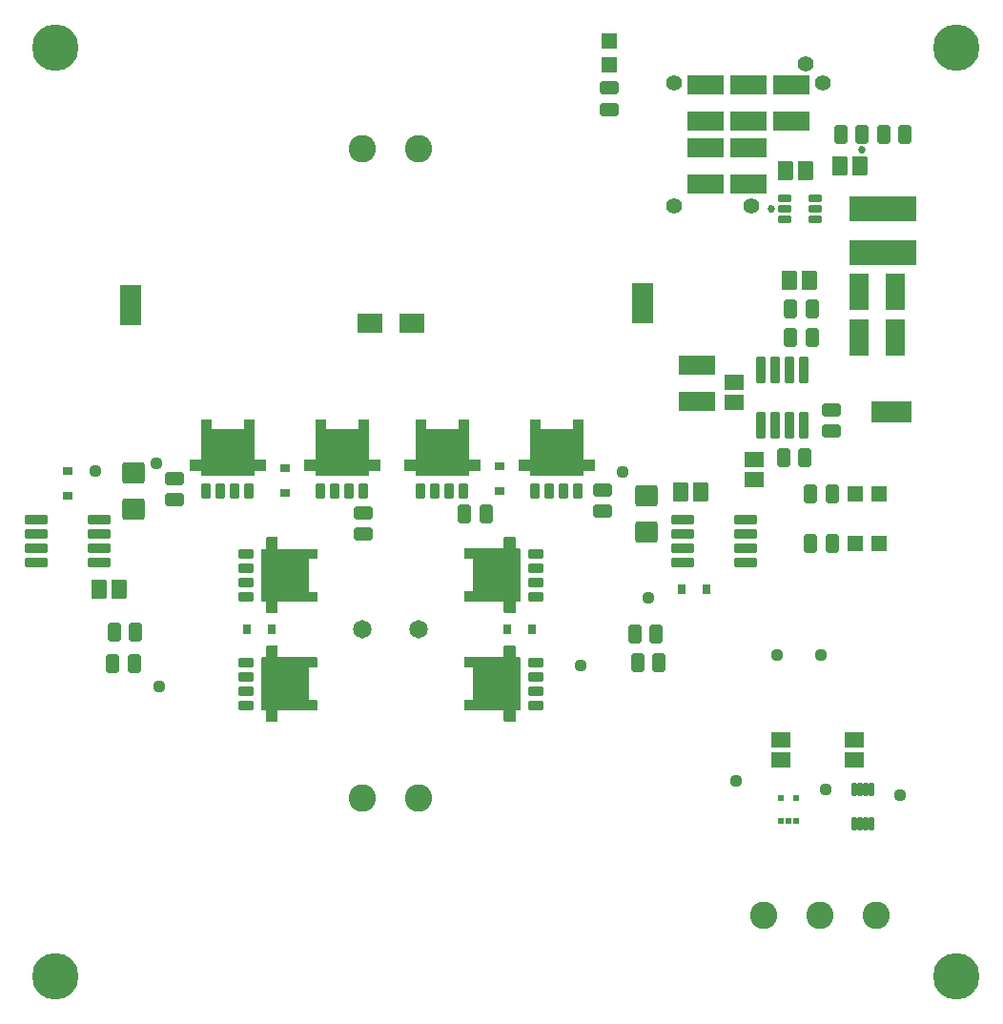
<source format=gts>
G04*
G04 #@! TF.GenerationSoftware,Altium Limited,Altium Designer,20.1.11 (218)*
G04*
G04 Layer_Color=8388736*
%FSAX24Y24*%
%MOIN*%
G70*
G04*
G04 #@! TF.SameCoordinates,00CC2090-7CFA-4186-AAFC-0D957EDE3CA2*
G04*
G04*
G04 #@! TF.FilePolarity,Negative*
G04*
G01*
G75*
G04:AMPARAMS|DCode=16|XSize=68mil|YSize=129mil|CornerRadius=7.2mil|HoleSize=0mil|Usage=FLASHONLY|Rotation=270.000|XOffset=0mil|YOffset=0mil|HoleType=Round|Shape=RoundedRectangle|*
%AMROUNDEDRECTD16*
21,1,0.0680,0.1146,0,0,270.0*
21,1,0.0535,0.1290,0,0,270.0*
1,1,0.0144,-0.0573,-0.0268*
1,1,0.0144,-0.0573,0.0268*
1,1,0.0144,0.0573,0.0268*
1,1,0.0144,0.0573,-0.0268*
%
%ADD16ROUNDEDRECTD16*%
G04:AMPARAMS|DCode=17|XSize=54.2mil|YSize=68mil|CornerRadius=7.4mil|HoleSize=0mil|Usage=FLASHONLY|Rotation=90.000|XOffset=0mil|YOffset=0mil|HoleType=Round|Shape=RoundedRectangle|*
%AMROUNDEDRECTD17*
21,1,0.0542,0.0531,0,0,90.0*
21,1,0.0394,0.0680,0,0,90.0*
1,1,0.0148,0.0266,0.0197*
1,1,0.0148,0.0266,-0.0197*
1,1,0.0148,-0.0266,-0.0197*
1,1,0.0148,-0.0266,0.0197*
%
%ADD17ROUNDEDRECTD17*%
G04:AMPARAMS|DCode=18|XSize=46.3mil|YSize=64.1mil|CornerRadius=6.6mil|HoleSize=0mil|Usage=FLASHONLY|Rotation=270.000|XOffset=0mil|YOffset=0mil|HoleType=Round|Shape=RoundedRectangle|*
%AMROUNDEDRECTD18*
21,1,0.0463,0.0508,0,0,270.0*
21,1,0.0331,0.0641,0,0,270.0*
1,1,0.0133,-0.0254,-0.0165*
1,1,0.0133,-0.0254,0.0165*
1,1,0.0133,0.0254,0.0165*
1,1,0.0133,0.0254,-0.0165*
%
%ADD18ROUNDEDRECTD18*%
G04:AMPARAMS|DCode=19|XSize=46.3mil|YSize=64.1mil|CornerRadius=6.6mil|HoleSize=0mil|Usage=FLASHONLY|Rotation=180.000|XOffset=0mil|YOffset=0mil|HoleType=Round|Shape=RoundedRectangle|*
%AMROUNDEDRECTD19*
21,1,0.0463,0.0508,0,0,180.0*
21,1,0.0331,0.0641,0,0,180.0*
1,1,0.0133,-0.0165,0.0254*
1,1,0.0133,0.0165,0.0254*
1,1,0.0133,0.0165,-0.0254*
1,1,0.0133,-0.0165,-0.0254*
%
%ADD19ROUNDEDRECTD19*%
G04:AMPARAMS|DCode=20|XSize=91.6mil|YSize=32.6mil|CornerRadius=4.6mil|HoleSize=0mil|Usage=FLASHONLY|Rotation=90.000|XOffset=0mil|YOffset=0mil|HoleType=Round|Shape=RoundedRectangle|*
%AMROUNDEDRECTD20*
21,1,0.0916,0.0234,0,0,90.0*
21,1,0.0825,0.0326,0,0,90.0*
1,1,0.0091,0.0117,0.0412*
1,1,0.0091,0.0117,-0.0412*
1,1,0.0091,-0.0117,-0.0412*
1,1,0.0091,-0.0117,0.0412*
%
%ADD20ROUNDEDRECTD20*%
%ADD21C,0.0444*%
G04:AMPARAMS|DCode=22|XSize=56.2mil|YSize=56.2mil|CornerRadius=7.6mil|HoleSize=0mil|Usage=FLASHONLY|Rotation=0.000|XOffset=0mil|YOffset=0mil|HoleType=Round|Shape=RoundedRectangle|*
%AMROUNDEDRECTD22*
21,1,0.0562,0.0409,0,0,0.0*
21,1,0.0409,0.0562,0,0,0.0*
1,1,0.0152,0.0205,-0.0205*
1,1,0.0152,-0.0205,-0.0205*
1,1,0.0152,-0.0205,0.0205*
1,1,0.0152,0.0205,0.0205*
%
%ADD22ROUNDEDRECTD22*%
G04:AMPARAMS|DCode=23|XSize=56.2mil|YSize=56.2mil|CornerRadius=7.6mil|HoleSize=0mil|Usage=FLASHONLY|Rotation=90.000|XOffset=0mil|YOffset=0mil|HoleType=Round|Shape=RoundedRectangle|*
%AMROUNDEDRECTD23*
21,1,0.0562,0.0409,0,0,90.0*
21,1,0.0409,0.0562,0,0,90.0*
1,1,0.0152,0.0205,0.0205*
1,1,0.0152,0.0205,-0.0205*
1,1,0.0152,-0.0205,-0.0205*
1,1,0.0152,-0.0205,0.0205*
%
%ADD23ROUNDEDRECTD23*%
G04:AMPARAMS|DCode=24|XSize=54.2mil|YSize=68mil|CornerRadius=7.4mil|HoleSize=0mil|Usage=FLASHONLY|Rotation=0.000|XOffset=0mil|YOffset=0mil|HoleType=Round|Shape=RoundedRectangle|*
%AMROUNDEDRECTD24*
21,1,0.0542,0.0531,0,0,0.0*
21,1,0.0394,0.0680,0,0,0.0*
1,1,0.0148,0.0197,-0.0266*
1,1,0.0148,-0.0197,-0.0266*
1,1,0.0148,-0.0197,0.0266*
1,1,0.0148,0.0197,0.0266*
%
%ADD24ROUNDEDRECTD24*%
G04:AMPARAMS|DCode=25|XSize=68mil|YSize=129mil|CornerRadius=7.2mil|HoleSize=0mil|Usage=FLASHONLY|Rotation=180.000|XOffset=0mil|YOffset=0mil|HoleType=Round|Shape=RoundedRectangle|*
%AMROUNDEDRECTD25*
21,1,0.0680,0.1146,0,0,180.0*
21,1,0.0535,0.1290,0,0,180.0*
1,1,0.0144,-0.0268,0.0573*
1,1,0.0144,0.0268,0.0573*
1,1,0.0144,0.0268,-0.0573*
1,1,0.0144,-0.0268,-0.0573*
%
%ADD25ROUNDEDRECTD25*%
G04:AMPARAMS|DCode=26|XSize=79.8mil|YSize=73.9mil|CornerRadius=9.4mil|HoleSize=0mil|Usage=FLASHONLY|Rotation=0.000|XOffset=0mil|YOffset=0mil|HoleType=Round|Shape=RoundedRectangle|*
%AMROUNDEDRECTD26*
21,1,0.0798,0.0551,0,0,0.0*
21,1,0.0610,0.0739,0,0,0.0*
1,1,0.0188,0.0305,-0.0276*
1,1,0.0188,-0.0305,-0.0276*
1,1,0.0188,-0.0305,0.0276*
1,1,0.0188,0.0305,0.0276*
%
%ADD26ROUNDEDRECTD26*%
%ADD27R,0.1845X0.1646*%
G04:AMPARAMS|DCode=28|XSize=34.5mil|YSize=52.2mil|CornerRadius=5.5mil|HoleSize=0mil|Usage=FLASHONLY|Rotation=180.000|XOffset=0mil|YOffset=0mil|HoleType=Round|Shape=RoundedRectangle|*
%AMROUNDEDRECTD28*
21,1,0.0345,0.0413,0,0,180.0*
21,1,0.0236,0.0522,0,0,180.0*
1,1,0.0109,-0.0118,0.0207*
1,1,0.0109,0.0118,0.0207*
1,1,0.0109,0.0118,-0.0207*
1,1,0.0109,-0.0118,-0.0207*
%
%ADD28ROUNDEDRECTD28*%
%ADD29R,0.2333X0.0877*%
%ADD30R,0.0778X0.1408*%
%ADD31R,0.1408X0.0778*%
G04:AMPARAMS|DCode=32|XSize=28.6mil|YSize=44.4mil|CornerRadius=4.5mil|HoleSize=0mil|Usage=FLASHONLY|Rotation=270.000|XOffset=0mil|YOffset=0mil|HoleType=Round|Shape=RoundedRectangle|*
%AMROUNDEDRECTD32*
21,1,0.0286,0.0354,0,0,270.0*
21,1,0.0196,0.0444,0,0,270.0*
1,1,0.0090,-0.0177,-0.0098*
1,1,0.0090,-0.0177,0.0098*
1,1,0.0090,0.0177,0.0098*
1,1,0.0090,0.0177,-0.0098*
%
%ADD32ROUNDEDRECTD32*%
G04:AMPARAMS|DCode=33|XSize=33.3mil|YSize=79.8mil|CornerRadius=4.6mil|HoleSize=0mil|Usage=FLASHONLY|Rotation=270.000|XOffset=0mil|YOffset=0mil|HoleType=Round|Shape=RoundedRectangle|*
%AMROUNDEDRECTD33*
21,1,0.0333,0.0706,0,0,270.0*
21,1,0.0241,0.0798,0,0,270.0*
1,1,0.0093,-0.0353,-0.0120*
1,1,0.0093,-0.0353,0.0120*
1,1,0.0093,0.0353,0.0120*
1,1,0.0093,0.0353,-0.0120*
%
%ADD33ROUNDEDRECTD33*%
%ADD34R,0.0247X0.0247*%
%ADD35R,0.0207X0.0247*%
G04:AMPARAMS|DCode=36|XSize=16.8mil|YSize=44.4mil|CornerRadius=3.4mil|HoleSize=0mil|Usage=FLASHONLY|Rotation=0.000|XOffset=0mil|YOffset=0mil|HoleType=Round|Shape=RoundedRectangle|*
%AMROUNDEDRECTD36*
21,1,0.0168,0.0376,0,0,0.0*
21,1,0.0100,0.0444,0,0,0.0*
1,1,0.0068,0.0050,-0.0188*
1,1,0.0068,-0.0050,-0.0188*
1,1,0.0068,-0.0050,0.0188*
1,1,0.0068,0.0050,0.0188*
%
%ADD36ROUNDEDRECTD36*%
G04:AMPARAMS|DCode=37|XSize=34.5mil|YSize=52.2mil|CornerRadius=5.5mil|HoleSize=0mil|Usage=FLASHONLY|Rotation=270.000|XOffset=0mil|YOffset=0mil|HoleType=Round|Shape=RoundedRectangle|*
%AMROUNDEDRECTD37*
21,1,0.0345,0.0413,0,0,270.0*
21,1,0.0236,0.0522,0,0,270.0*
1,1,0.0109,-0.0207,-0.0118*
1,1,0.0109,-0.0207,0.0118*
1,1,0.0109,0.0207,0.0118*
1,1,0.0109,0.0207,-0.0118*
%
%ADD37ROUNDEDRECTD37*%
%ADD38R,0.1646X0.1845*%
%ADD39R,0.0908X0.0692*%
%ADD40R,0.0298X0.0377*%
%ADD41R,0.0377X0.0298*%
%ADD42C,0.0956*%
%ADD43C,0.1625*%
%ADD44C,0.0650*%
%ADD45C,0.0550*%
%ADD46C,0.0270*%
G36*
X009726Y013525D02*
X009730Y013524D01*
X009734Y013522D01*
X009737Y013520D01*
X009740Y013518D01*
X009743Y013515D01*
X009745Y013511D01*
X009746Y013508D01*
X009747Y013504D01*
X009748Y013500D01*
X009748Y013123D01*
X011111D01*
X011115Y013122D01*
X011119Y013121D01*
X011122Y013120D01*
X011126Y013118D01*
X011129Y013115D01*
X011131Y013112D01*
X011133Y013109D01*
X011135Y013105D01*
X011136Y013102D01*
X011136Y013098D01*
Y012802D01*
X011136Y012798D01*
X011135Y012795D01*
X011133Y012791D01*
X011131Y012788D01*
X011129Y012785D01*
X011126Y012782D01*
X011122Y012780D01*
X011119Y012779D01*
X011115Y012778D01*
X011111Y012777D01*
X010820D01*
Y011623D01*
X011111D01*
X011115Y011622D01*
X011119Y011621D01*
X011122Y011620D01*
X011126Y011618D01*
X011129Y011615D01*
X011131Y011612D01*
X011133Y011609D01*
X011135Y011605D01*
X011136Y011602D01*
X011136Y011598D01*
Y011302D01*
X011136Y011298D01*
X011135Y011295D01*
X011133Y011291D01*
X011131Y011288D01*
X011129Y011285D01*
X011126Y011282D01*
X011122Y011280D01*
X011119Y011279D01*
X011115Y011278D01*
X011111Y011277D01*
X009748D01*
X009748Y010900D01*
X009747Y010896D01*
X009746Y010892D01*
X009745Y010889D01*
X009743Y010885D01*
X009740Y010882D01*
X009737Y010880D01*
X009734Y010878D01*
X009730Y010876D01*
X009726Y010875D01*
X009722Y010875D01*
X009366D01*
X009362Y010875D01*
X009358Y010876D01*
X009355Y010878D01*
X009351Y010880D01*
X009348Y010882D01*
X009346Y010885D01*
X009344Y010889D01*
X009342Y010892D01*
X009341Y010896D01*
X009341Y010900D01*
X009341Y011277D01*
X009199D01*
X009195Y011278D01*
X009191Y011279D01*
X009187Y011280D01*
X009184Y011282D01*
X009181Y011285D01*
X009179Y011288D01*
X009176Y011291D01*
X009175Y011295D01*
X009174Y011298D01*
X009174Y011302D01*
Y013098D01*
X009174Y013102D01*
X009175Y013105D01*
X009176Y013109D01*
X009179Y013112D01*
X009181Y013115D01*
X009184Y013118D01*
X009187Y013120D01*
X009191Y013121D01*
X009195Y013122D01*
X009199Y013123D01*
X009341D01*
X009341Y013500D01*
X009341Y013504D01*
X009342Y013508D01*
X009344Y013511D01*
X009346Y013515D01*
X009348Y013518D01*
X009351Y013520D01*
X009355Y013522D01*
X009358Y013524D01*
X009362Y013525D01*
X009366Y013525D01*
X009722D01*
X009726Y013525D01*
D02*
G37*
G36*
Y017322D02*
X009730Y017321D01*
X009734Y017320D01*
X009737Y017318D01*
X009740Y017315D01*
X009743Y017312D01*
X009745Y017309D01*
X009746Y017305D01*
X009747Y017302D01*
X009748Y017298D01*
X009748Y016920D01*
X011111D01*
X011115Y016920D01*
X011119Y016919D01*
X011122Y016918D01*
X011126Y016916D01*
X011129Y016913D01*
X011131Y016910D01*
X011133Y016907D01*
X011135Y016903D01*
X011136Y016899D01*
X011136Y016895D01*
Y016600D01*
X011136Y016596D01*
X011135Y016592D01*
X011133Y016589D01*
X011131Y016585D01*
X011129Y016582D01*
X011126Y016580D01*
X011122Y016578D01*
X011119Y016576D01*
X011115Y016575D01*
X011111Y016575D01*
X010820D01*
Y015420D01*
X011111D01*
X011115Y015420D01*
X011119Y015419D01*
X011122Y015418D01*
X011126Y015416D01*
X011129Y015413D01*
X011131Y015410D01*
X011133Y015407D01*
X011135Y015403D01*
X011136Y015399D01*
X011136Y015395D01*
Y015100D01*
X011136Y015096D01*
X011135Y015092D01*
X011133Y015089D01*
X011131Y015085D01*
X011129Y015082D01*
X011126Y015080D01*
X011122Y015078D01*
X011119Y015076D01*
X011115Y015075D01*
X011111Y015075D01*
X009748D01*
X009748Y014698D01*
X009747Y014694D01*
X009746Y014690D01*
X009745Y014686D01*
X009743Y014683D01*
X009740Y014680D01*
X009737Y014677D01*
X009734Y014675D01*
X009730Y014674D01*
X009726Y014673D01*
X009722Y014673D01*
X009366D01*
X009362Y014673D01*
X009358Y014674D01*
X009355Y014675D01*
X009351Y014677D01*
X009348Y014680D01*
X009346Y014683D01*
X009344Y014686D01*
X009342Y014690D01*
X009341Y014694D01*
X009341Y014698D01*
X009341Y015075D01*
X009199D01*
X009195Y015075D01*
X009191Y015076D01*
X009187Y015078D01*
X009184Y015080D01*
X009181Y015082D01*
X009179Y015085D01*
X009176Y015089D01*
X009175Y015092D01*
X009174Y015096D01*
X009174Y015100D01*
Y016895D01*
X009174Y016899D01*
X009175Y016903D01*
X009176Y016907D01*
X009179Y016910D01*
X009181Y016913D01*
X009184Y016916D01*
X009187Y016918D01*
X009191Y016919D01*
X009195Y016920D01*
X009199Y016920D01*
X009341D01*
X009341Y017298D01*
X009341Y017302D01*
X009342Y017305D01*
X009344Y017309D01*
X009346Y017312D01*
X009348Y017315D01*
X009351Y017318D01*
X009355Y017320D01*
X009358Y017321D01*
X009362Y017322D01*
X009366Y017323D01*
X009722D01*
X009726Y017322D01*
D02*
G37*
G36*
X008902Y021436D02*
X008905Y021435D01*
X008909Y021433D01*
X008912Y021431D01*
X008915Y021429D01*
X008918Y021426D01*
X008920Y021422D01*
X008921Y021419D01*
X008922Y021415D01*
X008923Y021411D01*
Y020048D01*
X009300Y020048D01*
X009304Y020047D01*
X009308Y020046D01*
X009311Y020045D01*
X009315Y020043D01*
X009318Y020040D01*
X009320Y020037D01*
X009322Y020034D01*
X009324Y020030D01*
X009325Y020026D01*
X009325Y020022D01*
Y019666D01*
X009325Y019662D01*
X009324Y019658D01*
X009322Y019655D01*
X009320Y019651D01*
X009318Y019648D01*
X009315Y019646D01*
X009311Y019644D01*
X009308Y019642D01*
X009304Y019641D01*
X009300Y019641D01*
X008923Y019641D01*
Y019499D01*
X008922Y019495D01*
X008921Y019491D01*
X008920Y019487D01*
X008918Y019484D01*
X008915Y019481D01*
X008912Y019479D01*
X008909Y019476D01*
X008905Y019475D01*
X008902Y019474D01*
X008898Y019474D01*
X007102D01*
X007098Y019474D01*
X007095Y019475D01*
X007091Y019476D01*
X007088Y019479D01*
X007085Y019481D01*
X007082Y019484D01*
X007080Y019487D01*
X007079Y019491D01*
X007078Y019495D01*
X007077Y019499D01*
Y019641D01*
X006700Y019641D01*
X006696Y019641D01*
X006692Y019642D01*
X006689Y019644D01*
X006685Y019646D01*
X006682Y019648D01*
X006680Y019651D01*
X006678Y019655D01*
X006676Y019658D01*
X006675Y019662D01*
X006675Y019666D01*
Y020022D01*
X006675Y020026D01*
X006676Y020030D01*
X006678Y020034D01*
X006680Y020037D01*
X006682Y020040D01*
X006685Y020043D01*
X006689Y020045D01*
X006692Y020046D01*
X006696Y020047D01*
X006700Y020048D01*
X007077Y020048D01*
Y021411D01*
X007078Y021415D01*
X007079Y021419D01*
X007080Y021422D01*
X007082Y021426D01*
X007085Y021429D01*
X007088Y021431D01*
X007091Y021433D01*
X007095Y021435D01*
X007098Y021436D01*
X007102Y021436D01*
X007398D01*
X007402Y021436D01*
X007405Y021435D01*
X007409Y021433D01*
X007412Y021431D01*
X007415Y021429D01*
X007418Y021426D01*
X007420Y021422D01*
X007421Y021419D01*
X007422Y021415D01*
X007423Y021411D01*
Y021120D01*
X008577D01*
Y021411D01*
X008578Y021415D01*
X008579Y021419D01*
X008580Y021422D01*
X008582Y021426D01*
X008585Y021429D01*
X008588Y021431D01*
X008591Y021433D01*
X008595Y021435D01*
X008598Y021436D01*
X008602Y021436D01*
X008898D01*
X008902Y021436D01*
D02*
G37*
G36*
X012902D02*
X012905Y021435D01*
X012909Y021433D01*
X012912Y021431D01*
X012915Y021429D01*
X012918Y021426D01*
X012920Y021422D01*
X012921Y021419D01*
X012922Y021415D01*
X012923Y021411D01*
Y020048D01*
X013300Y020048D01*
X013304Y020047D01*
X013308Y020046D01*
X013311Y020045D01*
X013315Y020043D01*
X013318Y020040D01*
X013320Y020037D01*
X013322Y020034D01*
X013324Y020030D01*
X013325Y020026D01*
X013325Y020022D01*
Y019666D01*
X013325Y019662D01*
X013324Y019658D01*
X013322Y019655D01*
X013320Y019651D01*
X013318Y019648D01*
X013315Y019646D01*
X013311Y019644D01*
X013308Y019642D01*
X013304Y019641D01*
X013300Y019641D01*
X012923Y019641D01*
Y019499D01*
X012922Y019495D01*
X012921Y019491D01*
X012920Y019487D01*
X012918Y019484D01*
X012915Y019481D01*
X012912Y019479D01*
X012909Y019476D01*
X012905Y019475D01*
X012902Y019474D01*
X012898Y019474D01*
X011102D01*
X011098Y019474D01*
X011095Y019475D01*
X011091Y019476D01*
X011088Y019479D01*
X011085Y019481D01*
X011082Y019484D01*
X011080Y019487D01*
X011079Y019491D01*
X011078Y019495D01*
X011077Y019499D01*
Y019641D01*
X010700Y019641D01*
X010696Y019641D01*
X010692Y019642D01*
X010689Y019644D01*
X010685Y019646D01*
X010682Y019648D01*
X010680Y019651D01*
X010678Y019655D01*
X010676Y019658D01*
X010675Y019662D01*
X010675Y019666D01*
Y020022D01*
X010675Y020026D01*
X010676Y020030D01*
X010678Y020034D01*
X010680Y020037D01*
X010682Y020040D01*
X010685Y020043D01*
X010689Y020045D01*
X010692Y020046D01*
X010696Y020047D01*
X010700Y020048D01*
X011077Y020048D01*
Y021411D01*
X011078Y021415D01*
X011079Y021419D01*
X011080Y021422D01*
X011082Y021426D01*
X011085Y021429D01*
X011088Y021431D01*
X011091Y021433D01*
X011095Y021435D01*
X011098Y021436D01*
X011102Y021436D01*
X011398D01*
X011402Y021436D01*
X011405Y021435D01*
X011409Y021433D01*
X011412Y021431D01*
X011415Y021429D01*
X011418Y021426D01*
X011420Y021422D01*
X011421Y021419D01*
X011422Y021415D01*
X011423Y021411D01*
Y021120D01*
X012577D01*
Y021411D01*
X012578Y021415D01*
X012579Y021419D01*
X012580Y021422D01*
X012582Y021426D01*
X012585Y021429D01*
X012588Y021431D01*
X012591Y021433D01*
X012595Y021435D01*
X012598Y021436D01*
X012602Y021436D01*
X012898D01*
X012902Y021436D01*
D02*
G37*
G36*
X018038Y013525D02*
X018042Y013524D01*
X018045Y013522D01*
X018049Y013520D01*
X018052Y013518D01*
X018054Y013515D01*
X018056Y013511D01*
X018058Y013508D01*
X018059Y013504D01*
X018059Y013500D01*
X018059Y013123D01*
X018201D01*
X018205Y013122D01*
X018209Y013121D01*
X018213Y013120D01*
X018216Y013118D01*
X018219Y013115D01*
X018221Y013112D01*
X018224Y013109D01*
X018225Y013105D01*
X018226Y013102D01*
X018226Y013098D01*
Y011302D01*
X018226Y011298D01*
X018225Y011295D01*
X018224Y011291D01*
X018221Y011288D01*
X018219Y011285D01*
X018216Y011282D01*
X018213Y011280D01*
X018209Y011279D01*
X018205Y011278D01*
X018201Y011277D01*
X018059D01*
X018059Y010900D01*
X018059Y010896D01*
X018058Y010892D01*
X018056Y010889D01*
X018054Y010885D01*
X018052Y010882D01*
X018049Y010880D01*
X018045Y010878D01*
X018042Y010876D01*
X018038Y010875D01*
X018034Y010875D01*
X017678D01*
X017674Y010875D01*
X017670Y010876D01*
X017666Y010878D01*
X017663Y010880D01*
X017660Y010882D01*
X017657Y010885D01*
X017655Y010889D01*
X017654Y010892D01*
X017653Y010896D01*
X017652Y010900D01*
X017652Y011277D01*
X016289D01*
X016285Y011278D01*
X016281Y011279D01*
X016278Y011280D01*
X016274Y011282D01*
X016271Y011285D01*
X016269Y011288D01*
X016267Y011291D01*
X016265Y011295D01*
X016264Y011298D01*
X016264Y011302D01*
Y011598D01*
X016264Y011602D01*
X016265Y011605D01*
X016267Y011609D01*
X016269Y011612D01*
X016271Y011615D01*
X016274Y011618D01*
X016278Y011620D01*
X016281Y011621D01*
X016285Y011622D01*
X016289Y011623D01*
X016580D01*
Y012777D01*
X016289D01*
X016285Y012778D01*
X016281Y012779D01*
X016278Y012780D01*
X016274Y012782D01*
X016271Y012785D01*
X016269Y012788D01*
X016267Y012791D01*
X016265Y012795D01*
X016264Y012798D01*
X016264Y012802D01*
Y013098D01*
X016264Y013102D01*
X016265Y013105D01*
X016267Y013109D01*
X016269Y013112D01*
X016271Y013115D01*
X016274Y013118D01*
X016278Y013120D01*
X016281Y013121D01*
X016285Y013122D01*
X016289Y013123D01*
X017652D01*
X017652Y013500D01*
X017653Y013504D01*
X017654Y013508D01*
X017655Y013511D01*
X017657Y013515D01*
X017660Y013518D01*
X017663Y013520D01*
X017666Y013522D01*
X017670Y013524D01*
X017674Y013525D01*
X017678Y013525D01*
X018034D01*
X018038Y013525D01*
D02*
G37*
G36*
Y017325D02*
X018042Y017324D01*
X018045Y017322D01*
X018049Y017320D01*
X018052Y017318D01*
X018054Y017315D01*
X018056Y017311D01*
X018058Y017308D01*
X018059Y017304D01*
X018059Y017300D01*
X018059Y016923D01*
X018201D01*
X018205Y016922D01*
X018209Y016921D01*
X018213Y016920D01*
X018216Y016918D01*
X018219Y016915D01*
X018221Y016912D01*
X018224Y016909D01*
X018225Y016905D01*
X018226Y016902D01*
X018226Y016898D01*
Y015102D01*
X018226Y015098D01*
X018225Y015095D01*
X018224Y015091D01*
X018221Y015088D01*
X018219Y015085D01*
X018216Y015082D01*
X018213Y015080D01*
X018209Y015079D01*
X018205Y015078D01*
X018201Y015077D01*
X018059D01*
X018059Y014700D01*
X018059Y014696D01*
X018058Y014692D01*
X018056Y014689D01*
X018054Y014685D01*
X018052Y014682D01*
X018049Y014680D01*
X018045Y014678D01*
X018042Y014676D01*
X018038Y014675D01*
X018034Y014675D01*
X017678D01*
X017674Y014675D01*
X017670Y014676D01*
X017666Y014678D01*
X017663Y014680D01*
X017660Y014682D01*
X017657Y014685D01*
X017655Y014689D01*
X017654Y014692D01*
X017653Y014696D01*
X017652Y014700D01*
X017652Y015077D01*
X016289D01*
X016285Y015078D01*
X016281Y015079D01*
X016278Y015080D01*
X016274Y015082D01*
X016271Y015085D01*
X016269Y015088D01*
X016267Y015091D01*
X016265Y015095D01*
X016264Y015098D01*
X016264Y015102D01*
Y015398D01*
X016264Y015402D01*
X016265Y015405D01*
X016267Y015409D01*
X016269Y015412D01*
X016271Y015415D01*
X016274Y015418D01*
X016278Y015420D01*
X016281Y015421D01*
X016285Y015422D01*
X016289Y015423D01*
X016580D01*
Y016577D01*
X016289D01*
X016285Y016578D01*
X016281Y016579D01*
X016278Y016580D01*
X016274Y016582D01*
X016271Y016585D01*
X016269Y016588D01*
X016267Y016591D01*
X016265Y016595D01*
X016264Y016598D01*
X016264Y016602D01*
Y016898D01*
X016264Y016902D01*
X016265Y016905D01*
X016267Y016909D01*
X016269Y016912D01*
X016271Y016915D01*
X016274Y016918D01*
X016278Y016920D01*
X016281Y016921D01*
X016285Y016922D01*
X016289Y016923D01*
X017652D01*
X017652Y017300D01*
X017653Y017304D01*
X017654Y017308D01*
X017655Y017311D01*
X017657Y017315D01*
X017660Y017318D01*
X017663Y017320D01*
X017666Y017322D01*
X017670Y017324D01*
X017674Y017325D01*
X017678Y017325D01*
X018034D01*
X018038Y017325D01*
D02*
G37*
G36*
X016402Y021436D02*
X016405Y021435D01*
X016409Y021433D01*
X016412Y021431D01*
X016415Y021429D01*
X016418Y021426D01*
X016420Y021422D01*
X016421Y021419D01*
X016422Y021415D01*
X016423Y021411D01*
Y020048D01*
X016800Y020048D01*
X016804Y020047D01*
X016808Y020046D01*
X016811Y020045D01*
X016815Y020043D01*
X016818Y020040D01*
X016820Y020037D01*
X016822Y020034D01*
X016824Y020030D01*
X016825Y020026D01*
X016825Y020022D01*
Y019666D01*
X016825Y019662D01*
X016824Y019658D01*
X016822Y019655D01*
X016820Y019651D01*
X016818Y019648D01*
X016815Y019646D01*
X016811Y019644D01*
X016808Y019642D01*
X016804Y019641D01*
X016800Y019641D01*
X016423Y019641D01*
Y019499D01*
X016422Y019495D01*
X016421Y019491D01*
X016420Y019487D01*
X016418Y019484D01*
X016415Y019481D01*
X016412Y019479D01*
X016409Y019476D01*
X016405Y019475D01*
X016402Y019474D01*
X016398Y019474D01*
X014602D01*
X014598Y019474D01*
X014595Y019475D01*
X014591Y019476D01*
X014588Y019479D01*
X014585Y019481D01*
X014582Y019484D01*
X014580Y019487D01*
X014579Y019491D01*
X014578Y019495D01*
X014577Y019499D01*
Y019641D01*
X014200Y019641D01*
X014196Y019641D01*
X014192Y019642D01*
X014189Y019644D01*
X014185Y019646D01*
X014182Y019648D01*
X014180Y019651D01*
X014178Y019655D01*
X014176Y019658D01*
X014175Y019662D01*
X014175Y019666D01*
Y020022D01*
X014175Y020026D01*
X014176Y020030D01*
X014178Y020034D01*
X014180Y020037D01*
X014182Y020040D01*
X014185Y020043D01*
X014189Y020045D01*
X014192Y020046D01*
X014196Y020047D01*
X014200Y020048D01*
X014577Y020048D01*
Y021411D01*
X014578Y021415D01*
X014579Y021419D01*
X014580Y021422D01*
X014582Y021426D01*
X014585Y021429D01*
X014588Y021431D01*
X014591Y021433D01*
X014595Y021435D01*
X014598Y021436D01*
X014602Y021436D01*
X014898D01*
X014902Y021436D01*
X014905Y021435D01*
X014909Y021433D01*
X014912Y021431D01*
X014915Y021429D01*
X014918Y021426D01*
X014920Y021422D01*
X014921Y021419D01*
X014922Y021415D01*
X014923Y021411D01*
Y021120D01*
X016077D01*
Y021411D01*
X016078Y021415D01*
X016079Y021419D01*
X016080Y021422D01*
X016082Y021426D01*
X016085Y021429D01*
X016088Y021431D01*
X016091Y021433D01*
X016095Y021435D01*
X016098Y021436D01*
X016102Y021436D01*
X016398D01*
X016402Y021436D01*
D02*
G37*
G36*
X020402D02*
X020405Y021435D01*
X020409Y021433D01*
X020412Y021431D01*
X020415Y021429D01*
X020418Y021426D01*
X020420Y021422D01*
X020421Y021419D01*
X020422Y021415D01*
X020423Y021411D01*
Y020048D01*
X020800Y020048D01*
X020804Y020047D01*
X020808Y020046D01*
X020811Y020045D01*
X020815Y020043D01*
X020818Y020040D01*
X020820Y020037D01*
X020822Y020034D01*
X020824Y020030D01*
X020825Y020026D01*
X020825Y020022D01*
Y019666D01*
X020825Y019662D01*
X020824Y019658D01*
X020822Y019655D01*
X020820Y019651D01*
X020818Y019648D01*
X020815Y019646D01*
X020811Y019644D01*
X020808Y019642D01*
X020804Y019641D01*
X020800Y019641D01*
X020423Y019641D01*
Y019499D01*
X020422Y019495D01*
X020421Y019491D01*
X020420Y019487D01*
X020418Y019484D01*
X020415Y019481D01*
X020412Y019479D01*
X020409Y019476D01*
X020405Y019475D01*
X020402Y019474D01*
X020398Y019474D01*
X018602D01*
X018598Y019474D01*
X018595Y019475D01*
X018591Y019476D01*
X018588Y019479D01*
X018585Y019481D01*
X018582Y019484D01*
X018580Y019487D01*
X018579Y019491D01*
X018578Y019495D01*
X018577Y019499D01*
Y019641D01*
X018200Y019641D01*
X018196Y019641D01*
X018192Y019642D01*
X018189Y019644D01*
X018185Y019646D01*
X018182Y019648D01*
X018180Y019651D01*
X018178Y019655D01*
X018176Y019658D01*
X018175Y019662D01*
X018175Y019666D01*
Y020022D01*
X018175Y020026D01*
X018176Y020030D01*
X018178Y020034D01*
X018180Y020037D01*
X018182Y020040D01*
X018185Y020043D01*
X018189Y020045D01*
X018192Y020046D01*
X018196Y020047D01*
X018200Y020048D01*
X018577Y020048D01*
Y021411D01*
X018578Y021415D01*
X018579Y021419D01*
X018580Y021422D01*
X018582Y021426D01*
X018585Y021429D01*
X018588Y021431D01*
X018591Y021433D01*
X018595Y021435D01*
X018598Y021436D01*
X018602Y021436D01*
X018898D01*
X018902Y021436D01*
X018905Y021435D01*
X018909Y021433D01*
X018912Y021431D01*
X018915Y021429D01*
X018918Y021426D01*
X018920Y021422D01*
X018921Y021419D01*
X018922Y021415D01*
X018923Y021411D01*
Y021120D01*
X020077D01*
Y021411D01*
X020078Y021415D01*
X020079Y021419D01*
X020080Y021422D01*
X020082Y021426D01*
X020085Y021429D01*
X020088Y021431D01*
X020091Y021433D01*
X020095Y021435D01*
X020098Y021436D01*
X020102Y021436D01*
X020398D01*
X020402Y021436D01*
D02*
G37*
D16*
X024400Y023340D02*
D03*
Y022060D02*
D03*
X027700Y033140D02*
D03*
Y031860D02*
D03*
X024700Y033140D02*
D03*
Y031860D02*
D03*
X026200Y033140D02*
D03*
Y031860D02*
D03*
X026200Y029660D02*
D03*
Y030940D02*
D03*
X024700Y029660D02*
D03*
Y030940D02*
D03*
D17*
X026400Y020052D02*
D03*
Y019348D02*
D03*
X025700Y022048D02*
D03*
Y022752D02*
D03*
X029900Y009548D02*
D03*
Y010252D02*
D03*
X027350Y009548D02*
D03*
Y010252D02*
D03*
D18*
X029100Y021776D02*
D03*
Y021024D02*
D03*
X021100Y018976D02*
D03*
Y018224D02*
D03*
X006150Y018624D02*
D03*
Y019376D02*
D03*
X021350Y033026D02*
D03*
Y032274D02*
D03*
X012750Y018176D02*
D03*
Y017424D02*
D03*
D19*
X028176Y020100D02*
D03*
X027424D02*
D03*
X030176Y031400D02*
D03*
X029424D02*
D03*
X031676D02*
D03*
X030924D02*
D03*
X022224Y013950D02*
D03*
X022976D02*
D03*
X004024Y014000D02*
D03*
X004776D02*
D03*
X028426Y024300D02*
D03*
X027674D02*
D03*
Y025300D02*
D03*
X028426D02*
D03*
X029126Y017100D02*
D03*
X028374D02*
D03*
X029126Y018850D02*
D03*
X028374D02*
D03*
X023076Y012950D02*
D03*
X022324D02*
D03*
X004726Y012900D02*
D03*
X003974D02*
D03*
X017026Y018150D02*
D03*
X016274D02*
D03*
D20*
X026650Y021226D02*
D03*
X027150D02*
D03*
X027650D02*
D03*
X028150D02*
D03*
Y023174D02*
D03*
X027650D02*
D03*
X027150D02*
D03*
X026650D02*
D03*
D21*
X020348Y012850D02*
D03*
X005600Y012100D02*
D03*
X027200Y013200D02*
D03*
X028900Y008500D02*
D03*
X021800Y019600D02*
D03*
X005500Y019900D02*
D03*
X022700Y015200D02*
D03*
X003381Y019639D02*
D03*
X025760Y008790D02*
D03*
X028750Y013200D02*
D03*
X031500Y008300D02*
D03*
D22*
X029937Y017100D02*
D03*
X030763D02*
D03*
Y018850D02*
D03*
X029937D02*
D03*
D23*
X021350Y033837D02*
D03*
Y034663D02*
D03*
D24*
X028352Y026300D02*
D03*
X027648D02*
D03*
X028202Y030150D02*
D03*
X027498D02*
D03*
X030102Y030300D02*
D03*
X029398D02*
D03*
X003498Y015500D02*
D03*
X004202D02*
D03*
X023848Y018900D02*
D03*
X024552D02*
D03*
D25*
X031340Y025900D02*
D03*
X030060D02*
D03*
X031340Y024300D02*
D03*
X030060D02*
D03*
D26*
X004700Y019580D02*
D03*
Y018320D02*
D03*
X022650Y017500D02*
D03*
Y018760D02*
D03*
D27*
X019500Y020300D02*
D03*
X015500D02*
D03*
X012000D02*
D03*
X008000D02*
D03*
D28*
X018750Y018922D02*
D03*
X019250D02*
D03*
X019750D02*
D03*
X020250D02*
D03*
X016250D02*
D03*
X015750D02*
D03*
X015250D02*
D03*
X014750D02*
D03*
X012750D02*
D03*
X012250D02*
D03*
X011750D02*
D03*
X011250D02*
D03*
X008750D02*
D03*
X008250D02*
D03*
X007750D02*
D03*
X007250D02*
D03*
D29*
X030900Y028800D02*
D03*
Y027265D02*
D03*
D30*
X022500Y025500D02*
D03*
X004600Y025450D02*
D03*
D31*
X031200Y021700D02*
D03*
D32*
X027459Y028426D02*
D03*
Y028800D02*
D03*
Y029174D02*
D03*
X028541D02*
D03*
Y028800D02*
D03*
Y028426D02*
D03*
D33*
X026112Y016450D02*
D03*
Y016950D02*
D03*
Y017450D02*
D03*
Y017950D02*
D03*
X023888Y016450D02*
D03*
Y016950D02*
D03*
Y017450D02*
D03*
Y017950D02*
D03*
X001288D02*
D03*
Y017450D02*
D03*
Y016950D02*
D03*
Y016450D02*
D03*
X003512Y017950D02*
D03*
Y017450D02*
D03*
Y016950D02*
D03*
Y016450D02*
D03*
D34*
X027856Y008213D02*
D03*
X027344D02*
D03*
X027856Y007387D02*
D03*
X027344D02*
D03*
D35*
X027600D02*
D03*
D36*
X030495Y008510D02*
D03*
X030298D02*
D03*
X030102D02*
D03*
X029905D02*
D03*
X030495Y007290D02*
D03*
X030298D02*
D03*
X030102D02*
D03*
X029905D02*
D03*
D37*
X018778Y012950D02*
D03*
Y012450D02*
D03*
Y011950D02*
D03*
Y011450D02*
D03*
Y016750D02*
D03*
Y016250D02*
D03*
Y015750D02*
D03*
Y015250D02*
D03*
X008622Y011450D02*
D03*
Y011950D02*
D03*
Y012450D02*
D03*
Y012950D02*
D03*
Y015248D02*
D03*
Y015748D02*
D03*
Y016248D02*
D03*
Y016748D02*
D03*
D38*
X017400Y012200D02*
D03*
Y016000D02*
D03*
X010000Y012200D02*
D03*
Y015998D02*
D03*
D39*
X012969Y024800D02*
D03*
X014431D02*
D03*
D40*
X018639Y014100D02*
D03*
X017761D02*
D03*
X008661D02*
D03*
X009539D02*
D03*
X024739Y015500D02*
D03*
X023861D02*
D03*
D41*
X017500Y018922D02*
D03*
Y019800D02*
D03*
X010000Y018861D02*
D03*
Y019739D02*
D03*
X002400Y018761D02*
D03*
Y019639D02*
D03*
D42*
X012716Y030900D02*
D03*
X014684D02*
D03*
Y008200D02*
D03*
X012716D02*
D03*
X026732Y004100D02*
D03*
X030668D02*
D03*
X028700D02*
D03*
D43*
X001969Y034449D02*
D03*
X033465D02*
D03*
X001969Y001969D02*
D03*
X033465D02*
D03*
D44*
X012716Y014100D02*
D03*
X014684D02*
D03*
D45*
X026300Y028900D02*
D03*
X023600D02*
D03*
X028790Y033210D02*
D03*
X023590Y033220D02*
D03*
X028210Y033870D02*
D03*
D46*
X027010Y028813D02*
D03*
X030185Y030885D02*
D03*
M02*

</source>
